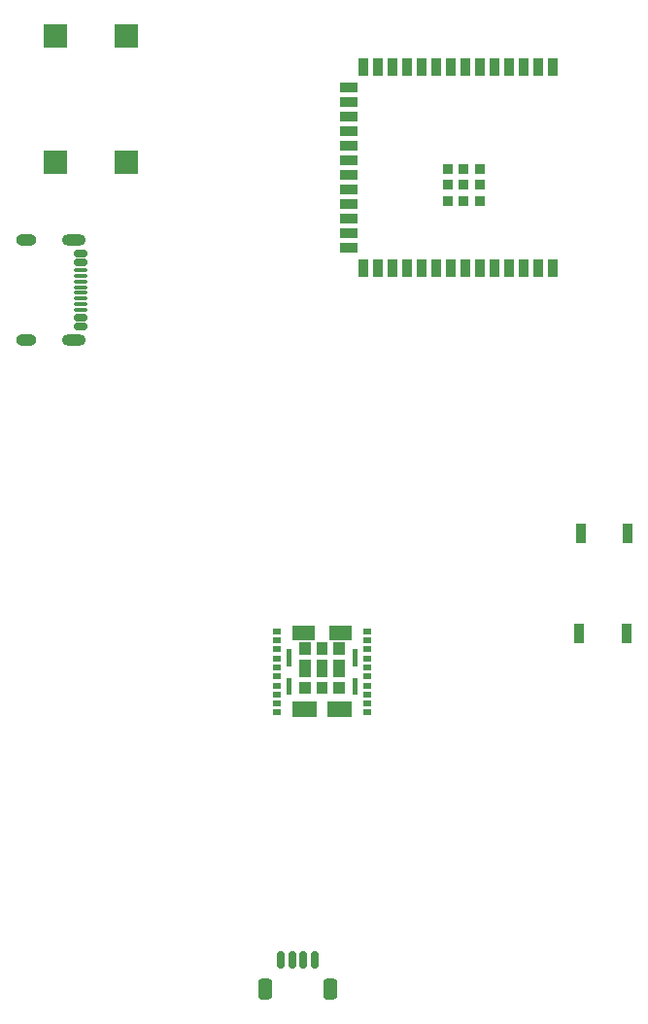
<source format=gbr>
%TF.GenerationSoftware,KiCad,Pcbnew,9.0.2*%
%TF.CreationDate,2025-06-20T12:19:24+03:00*%
%TF.ProjectId,BitshokaNiniV1.1,42697473-686f-46b6-914e-696e6956312e,rev?*%
%TF.SameCoordinates,Original*%
%TF.FileFunction,Paste,Bot*%
%TF.FilePolarity,Positive*%
%FSLAX46Y46*%
G04 Gerber Fmt 4.6, Leading zero omitted, Abs format (unit mm)*
G04 Created by KiCad (PCBNEW 9.0.2) date 2025-06-20 12:19:24*
%MOMM*%
%LPD*%
G01*
G04 APERTURE LIST*
G04 Aperture macros list*
%AMRoundRect*
0 Rectangle with rounded corners*
0 $1 Rounding radius*
0 $2 $3 $4 $5 $6 $7 $8 $9 X,Y pos of 4 corners*
0 Add a 4 corners polygon primitive as box body*
4,1,4,$2,$3,$4,$5,$6,$7,$8,$9,$2,$3,0*
0 Add four circle primitives for the rounded corners*
1,1,$1+$1,$2,$3*
1,1,$1+$1,$4,$5*
1,1,$1+$1,$6,$7*
1,1,$1+$1,$8,$9*
0 Add four rect primitives between the rounded corners*
20,1,$1+$1,$2,$3,$4,$5,0*
20,1,$1+$1,$4,$5,$6,$7,0*
20,1,$1+$1,$6,$7,$8,$9,0*
20,1,$1+$1,$8,$9,$2,$3,0*%
G04 Aperture macros list end*
%ADD10R,0.900000X0.900000*%
%ADD11R,0.900000X1.500000*%
%ADD12R,1.500000X0.900000*%
%ADD13R,2.000000X2.000000*%
%ADD14RoundRect,0.150000X0.425000X-0.150000X0.425000X0.150000X-0.425000X0.150000X-0.425000X-0.150000X0*%
%ADD15RoundRect,0.075000X0.500000X-0.075000X0.500000X0.075000X-0.500000X0.075000X-0.500000X-0.075000X0*%
%ADD16O,2.100000X1.000000*%
%ADD17O,1.800000X1.000000*%
%ADD18RoundRect,0.086550X0.274450X0.201950X-0.274450X0.201950X-0.274450X-0.201950X0.274450X-0.201950X0*%
%ADD19R,0.900000X1.800000*%
%ADD20RoundRect,0.150000X-0.150000X-0.625000X0.150000X-0.625000X0.150000X0.625000X-0.150000X0.625000X0*%
%ADD21RoundRect,0.250000X-0.350000X-0.650000X0.350000X-0.650000X0.350000X0.650000X-0.350000X0.650000X0*%
G04 APERTURE END LIST*
%TO.C,U8*%
G36*
X108710562Y-114546000D02*
G01*
X108310562Y-114546000D01*
X108310562Y-116046000D01*
X108710562Y-116046000D01*
X108710562Y-114546000D01*
G37*
G36*
X108710562Y-117046000D02*
G01*
X108310562Y-117046000D01*
X108310562Y-118546000D01*
X108710562Y-118546000D01*
X108710562Y-117046000D01*
G37*
G36*
X108160562Y-112546000D02*
G01*
X106260562Y-112546000D01*
X106260562Y-113746000D01*
X108160562Y-113746000D01*
X108160562Y-112546000D01*
G37*
G36*
X107610562Y-113946000D02*
G01*
X106610562Y-113946000D01*
X106610562Y-115046000D01*
X107610562Y-115046000D01*
X107610562Y-113946000D01*
G37*
G36*
X107610562Y-115496000D02*
G01*
X106610562Y-115496000D01*
X106610562Y-116996000D01*
X107610562Y-116996000D01*
X107610562Y-115496000D01*
G37*
G36*
X107610562Y-117446000D02*
G01*
X106610562Y-117446000D01*
X106610562Y-118446000D01*
X107610562Y-118446000D01*
X107610562Y-117446000D01*
G37*
G36*
X106110562Y-113946000D02*
G01*
X105110562Y-113946000D01*
X105110562Y-115046000D01*
X106110562Y-115046000D01*
X106110562Y-113946000D01*
G37*
G36*
X106110562Y-115496000D02*
G01*
X105110562Y-115496000D01*
X105110562Y-116996000D01*
X106110562Y-116996000D01*
X106110562Y-115496000D01*
G37*
G36*
X106110562Y-117446000D02*
G01*
X105110562Y-117446000D01*
X105110562Y-118446000D01*
X106110562Y-118446000D01*
X106110562Y-117446000D01*
G37*
G36*
X106110562Y-119086000D02*
G01*
X108210562Y-119086000D01*
X108210562Y-120486000D01*
X106110562Y-120486000D01*
X106110562Y-119086000D01*
G37*
G36*
X105110562Y-119086000D02*
G01*
X103010562Y-119086000D01*
X103010562Y-120486000D01*
X105110562Y-120486000D01*
X105110562Y-119086000D01*
G37*
G36*
X104960562Y-112546000D02*
G01*
X103060562Y-112546000D01*
X103060562Y-113746000D01*
X104960562Y-113746000D01*
X104960562Y-112546000D01*
G37*
G36*
X104610562Y-113946000D02*
G01*
X103610562Y-113946000D01*
X103610562Y-115046000D01*
X104610562Y-115046000D01*
X104610562Y-113946000D01*
G37*
G36*
X104610562Y-115496000D02*
G01*
X103610562Y-115496000D01*
X103610562Y-116996000D01*
X104610562Y-116996000D01*
X104610562Y-115496000D01*
G37*
G36*
X104610562Y-117446000D02*
G01*
X103610562Y-117446000D01*
X103610562Y-118446000D01*
X104610562Y-118446000D01*
X104610562Y-117446000D01*
G37*
G36*
X102910562Y-114546000D02*
G01*
X102510562Y-114546000D01*
X102510562Y-116046000D01*
X102910562Y-116046000D01*
X102910562Y-114546000D01*
G37*
G36*
X102910562Y-117046000D02*
G01*
X102510562Y-117046000D01*
X102510562Y-118546000D01*
X102910562Y-118546000D01*
X102910562Y-117046000D01*
G37*
%TD*%
D10*
%TO.C,U4*%
X116570000Y-72710000D03*
X117970000Y-72710000D03*
X119370000Y-72710000D03*
X116570000Y-74110000D03*
X117970000Y-74110000D03*
X119370000Y-74110000D03*
X116570000Y-75510000D03*
X117970000Y-75510000D03*
X119370000Y-75510000D03*
D11*
X125690000Y-63860000D03*
X124420000Y-63860000D03*
X123150000Y-63860000D03*
X121880000Y-63860000D03*
X120610000Y-63860000D03*
X119340000Y-63860000D03*
X118070000Y-63860000D03*
X116800000Y-63860000D03*
X115530000Y-63860000D03*
X114260000Y-63860000D03*
X112990000Y-63860000D03*
X111720000Y-63860000D03*
X110450000Y-63860000D03*
X109180000Y-63860000D03*
D12*
X107930000Y-65625000D03*
X107930000Y-66895000D03*
X107930000Y-68165000D03*
X107930000Y-69435000D03*
X107930000Y-70705000D03*
X107930000Y-71975000D03*
X107930000Y-73245000D03*
X107930000Y-74515000D03*
X107930000Y-75785000D03*
X107930000Y-77055000D03*
X107930000Y-78325000D03*
X107930000Y-79595000D03*
D11*
X109180000Y-81360000D03*
X110450000Y-81360000D03*
X111720000Y-81360000D03*
X112990000Y-81360000D03*
X114260000Y-81360000D03*
X115530000Y-81360000D03*
X116800000Y-81360000D03*
X118070000Y-81360000D03*
X119340000Y-81360000D03*
X120610000Y-81360000D03*
X121880000Y-81360000D03*
X123150000Y-81360000D03*
X124420000Y-81360000D03*
X125690000Y-81360000D03*
%TD*%
D13*
%TO.C,J1*%
X88530000Y-72120000D03*
X82330000Y-72120000D03*
X82330000Y-61120000D03*
X88530000Y-61120000D03*
%TD*%
D14*
%TO.C,J5*%
X84545000Y-86460000D03*
X84545000Y-85660000D03*
D15*
X84545000Y-84510000D03*
X84545000Y-83510000D03*
X84545000Y-83010000D03*
X84545000Y-82010000D03*
D14*
X84545000Y-80060000D03*
X84545000Y-80860000D03*
D15*
X84545000Y-81510000D03*
X84545000Y-82510000D03*
X84545000Y-84010000D03*
X84545000Y-85010000D03*
D16*
X83970000Y-87580000D03*
D17*
X79790000Y-87580000D03*
D16*
X83970000Y-78940000D03*
D17*
X79790000Y-78940000D03*
%TD*%
D18*
%TO.C,U8*%
X109508562Y-113009000D03*
X109508562Y-113795000D03*
X109508562Y-114581000D03*
X109508562Y-115367000D03*
X109508562Y-116153000D03*
X109508562Y-116939000D03*
X109508562Y-117725000D03*
X109508562Y-118511000D03*
X109508562Y-119297000D03*
X109508562Y-120083000D03*
X101712562Y-120083000D03*
X101712562Y-119297000D03*
X101712562Y-118511000D03*
X101712562Y-117725000D03*
X101712562Y-116939000D03*
X101712562Y-116153000D03*
X101712562Y-115367000D03*
X101712562Y-114581000D03*
X101712562Y-113795000D03*
X101712562Y-113009000D03*
%TD*%
D19*
%TO.C,SW1*%
X132246000Y-104448000D03*
X128136000Y-104448000D03*
%TD*%
%TO.C,SW2*%
X132142000Y-113155000D03*
X128032000Y-113155000D03*
%TD*%
D20*
%TO.C,J7*%
X102000000Y-141675000D03*
X103000000Y-141675000D03*
X104000000Y-141675000D03*
X105000000Y-141675000D03*
D21*
X100700000Y-144200000D03*
X106300000Y-144200000D03*
%TD*%
M02*

</source>
